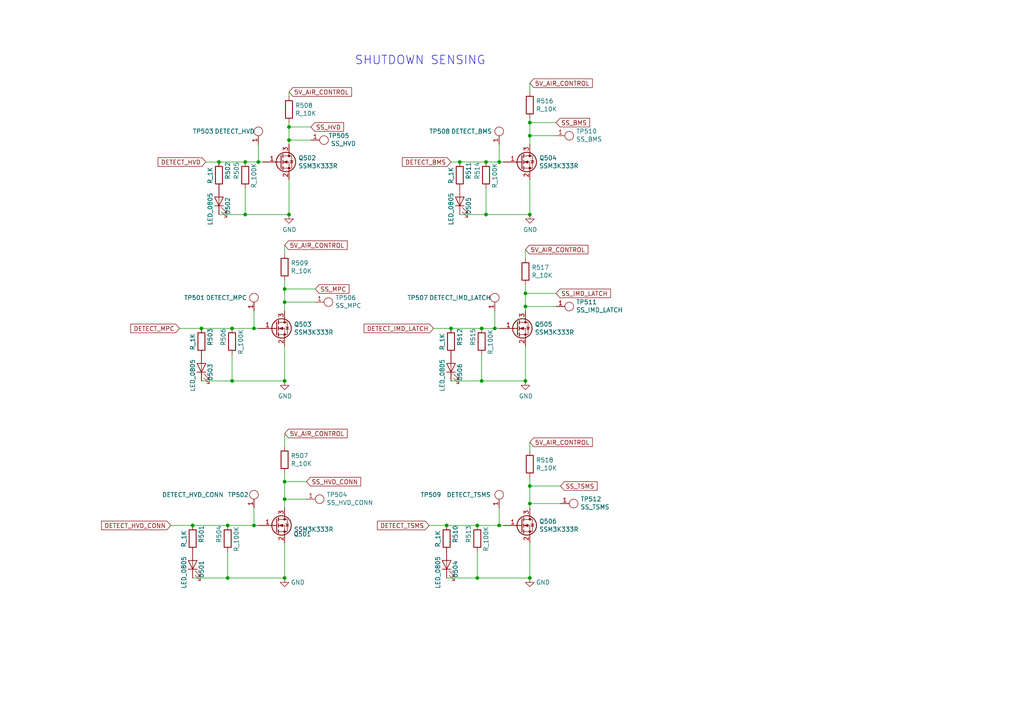
<source format=kicad_sch>
(kicad_sch (version 20211123) (generator eeschema)
  (paper "A4")
  (lib_symbols
    (symbol "formula:LED_0805" (pin_numbers hide) (pin_names (offset 1.016) hide)
      (property "Reference" "D" (at 0 -2.54 0))
      (property "Value" "LED_0805" (at 0 2.54 0))
      (symbol "LED_0805_0_1"
        (polyline (pts (xy -1.27 -1.27) (xy -1.27 1.27)) (stroke (width 0.2032)))
        (polyline (pts (xy -1.27 0) (xy 1.27 0)))
        (polyline (pts (xy 1.27 -1.27) (xy 1.27 1.27) (xy -1.27 0) (xy 1.27 -1.27)) (stroke (width 0.2032)))
        (polyline (pts (xy -3.048 -0.762) (xy -4.572 -2.286) (xy -3.81 -2.286) (xy -4.572 -2.286) (xy -4.572 -1.524)))
        (polyline (pts (xy -1.778 -0.762) (xy -3.302 -2.286) (xy -2.54 -2.286) (xy -3.302 -2.286) (xy -3.302 -1.524)))
      )
      (symbol "LED_0805_1_1"
        (pin passive line (at -3.81 0 0) (length 2.54) (name "K") (number "1"))
        (pin passive line (at 3.81 0 180) (length 2.54) (name "A") (number "2"))
      )
    )
    (symbol "formula:R_100K" (pin_numbers hide) (pin_names (offset 0))
      (property "Reference" "R" (at 2.032 0 90))
      (property "Value" "R_100K" (at -2.54 0 90))
      (symbol "R_100K_0_1"
        (rectangle (start -1.016 -2.54) (end 1.016 2.54) (stroke (width 0.254)))
      )
      (symbol "R_100K_1_1"
        (pin passive line (at 0 3.81 270) (length 1.27) (name "~") (number "1"))
        (pin passive line (at 0 -3.81 90) (length 1.27) (name "~") (number "2"))
      )
    )
    (symbol "formula:R_10K" (pin_numbers hide) (pin_names (offset 0))
      (property "Reference" "R" (at 2.032 0 90))
      (property "Value" "R_10K" (at -2.54 0 90))
      (symbol "R_10K_0_1"
        (rectangle (start -1.016 -2.54) (end 1.016 2.54) (stroke (width 0.254)))
      )
      (symbol "R_10K_1_1"
        (pin passive line (at 0 3.81 270) (length 1.27) (name "~") (number "1"))
        (pin passive line (at 0 -3.81 90) (length 1.27) (name "~") (number "2"))
      )
    )
    (symbol "formula:R_1K" (pin_numbers hide) (pin_names (offset 0))
      (property "Reference" "R" (at 2.032 0 90))
      (property "Value" "R_1K" (at -2.54 0 90))
      (symbol "R_1K_0_1"
        (rectangle (start -1.016 -2.54) (end 1.016 2.54) (stroke (width 0.254)))
      )
      (symbol "R_1K_1_1"
        (pin passive line (at 0 3.81 270) (length 1.27) (name "~") (number "1"))
        (pin passive line (at 0 -3.81 90) (length 1.27) (name "~") (number "2"))
      )
    )
    (symbol "formula:SSM3K333R" (pin_names (offset 0) hide)
      (property "Reference" "Q" (at 5.08 1.905 0))
      (property "Value" "SSM3K333R" (at 5.08 0 0))
      (symbol "SSM3K333R_0_1"
        (polyline (pts (xy 0.762 -1.778) (xy 2.54 -1.778)))
        (polyline (pts (xy 0.762 -1.27) (xy 0.762 -2.286)) (stroke (width 0.254)))
        (polyline (pts (xy 0.762 0) (xy 2.54 0)))
        (polyline (pts (xy 0.762 0.508) (xy 0.762 -0.508)) (stroke (width 0.254)))
        (polyline (pts (xy 0.762 1.778) (xy 2.54 1.778)))
        (polyline (pts (xy 0.762 2.286) (xy 0.762 1.27)) (stroke (width 0.254)))
        (polyline (pts (xy 2.54 -1.778) (xy 2.54 -2.54)))
        (polyline (pts (xy 2.54 -1.778) (xy 2.54 0)))
        (polyline (pts (xy 2.54 2.54) (xy 2.54 1.778)))
        (polyline (pts (xy 0.254 1.905) (xy 0.254 -1.905) (xy 0.254 -1.905)) (stroke (width 0.254)))
        (polyline (pts (xy 1.016 0) (xy 2.032 0.381) (xy 2.032 -0.381) (xy 1.016 0)) (fill (type outline)))
        (polyline (pts (xy 2.54 -1.778) (xy 3.302 -1.778) (xy 3.302 1.778) (xy 2.54 1.778)))
        (polyline (pts (xy 2.794 0.508) (xy 2.921 0.381) (xy 3.683 0.381) (xy 3.81 0.254)))
        (polyline (pts (xy 3.302 0.381) (xy 2.921 -0.254) (xy 3.683 -0.254) (xy 3.302 0.381)))
        (circle (center 1.651 0) (radius 2.8194) (stroke (width 0.254)))
        (circle (center 2.54 -1.778) (radius 0.2794) (fill (type outline)))
        (circle (center 2.54 1.778) (radius 0.2794) (fill (type outline)))
      )
      (symbol "SSM3K333R_1_1"
        (pin input line (at -5.08 0 0) (length 5.334) (name "G") (number "1"))
        (pin passive line (at 2.54 -5.08 90) (length 2.54) (name "S") (number "2"))
        (pin passive line (at 2.54 5.08 270) (length 2.54) (name "D") (number "3"))
      )
    )
    (symbol "formula:Test_Point_SMD" (pin_names (offset 1.016))
      (property "Reference" "TP" (at 0 7.62 0))
      (property "Value" "Test_Point_SMD" (at 1.27 5.08 0))
      (symbol "Test_Point_SMD_1_1"
        (circle (center 0 2.54) (radius 1.27))
        (pin input line (at 0 -1.27 90) (length 2.54) (name "~") (number "1"))
      )
    )
    (symbol "power:GND" (power) (pin_names (offset 0))
      (property "Value" "power_GND" (at 0 -3.81 0))
      (symbol "GND_0_1"
        (polyline (pts (xy 0 0) (xy 0 -1.27) (xy 1.27 -1.27) (xy 0 -2.54) (xy -1.27 -1.27) (xy 0 -1.27)))
      )
      (symbol "GND_1_1"
        (pin power_in line (at 0 0 270) (length 0) hide (name "GND") (number "1"))
      )
    )
  )
  (junction (at 82.55 167.64))
  (junction (at 144.78 46.99))
  (junction (at 138.43 167.64))
  (junction (at 74.93 46.99))
  (junction (at 139.7 110.49))
  (junction (at 153.67 146.05))
  (junction (at 153.67 167.64))
  (junction (at 153.67 62.23))
  (junction (at 66.04 167.64))
  (junction (at 73.66 152.4))
  (junction (at 63.5 46.99))
  (junction (at 67.31 110.49))
  (junction (at 67.31 95.25))
  (junction (at 82.55 110.49))
  (junction (at 83.82 36.83))
  (junction (at 71.12 46.99))
  (junction (at 152.4 110.49))
  (junction (at 82.55 144.78))
  (junction (at 139.7 95.25))
  (junction (at 58.42 95.25))
  (junction (at 71.12 62.23))
  (junction (at 140.97 62.23))
  (junction (at 82.55 83.82))
  (junction (at 153.67 35.56))
  (junction (at 153.67 39.37))
  (junction (at 55.88 152.4))
  (junction (at 153.67 140.97))
  (junction (at 73.66 95.25))
  (junction (at 129.54 152.4))
  (junction (at 138.43 152.4))
  (junction (at 152.4 85.09))
  (junction (at 144.78 152.4))
  (junction (at 66.04 152.4))
  (junction (at 130.81 95.25))
  (junction (at 143.51 95.25))
  (junction (at 152.4 88.9))
  (junction (at 82.55 139.7))
  (junction (at 82.55 87.63))
  (junction (at 83.82 40.64))
  (junction (at 133.35 46.99))
  (junction (at 140.97 46.99))
  (junction (at 83.82 62.23))
  (wire (pts (xy 130.81 95.25) (xy 125.73 95.25)))
  (wire (pts (xy 73.66 147.32) (xy 73.66 152.4)))
  (wire (pts (xy 74.93 95.25) (xy 73.66 95.25)))
  (wire (pts (xy 153.67 128.27) (xy 153.67 130.81)))
  (wire (pts (xy 139.7 95.25) (xy 130.81 95.25)))
  (wire (pts (xy 83.82 40.64) (xy 83.82 36.83)))
  (wire (pts (xy 146.05 152.4) (xy 144.78 152.4)))
  (wire (pts (xy 129.54 167.64) (xy 138.43 167.64)))
  (wire (pts (xy 152.4 85.09) (xy 152.4 88.9)))
  (wire (pts (xy 67.31 102.87) (xy 67.31 110.49)))
  (wire (pts (xy 74.93 41.91) (xy 74.93 46.99)))
  (wire (pts (xy 161.29 88.9) (xy 152.4 88.9)))
  (wire (pts (xy 139.7 110.49) (xy 152.4 110.49)))
  (wire (pts (xy 67.31 110.49) (xy 82.55 110.49)))
  (wire (pts (xy 83.82 40.64) (xy 90.17 40.64)))
  (wire (pts (xy 143.51 90.17) (xy 143.51 95.25)))
  (wire (pts (xy 82.55 83.82) (xy 82.55 87.63)))
  (wire (pts (xy 133.35 46.99) (xy 130.81 46.99)))
  (wire (pts (xy 153.67 35.56) (xy 153.67 39.37)))
  (wire (pts (xy 152.4 82.55) (xy 152.4 85.09)))
  (wire (pts (xy 82.55 144.78) (xy 82.55 147.32)))
  (wire (pts (xy 82.55 81.28) (xy 82.55 83.82)))
  (wire (pts (xy 152.4 72.39) (xy 152.4 74.93)))
  (wire (pts (xy 74.93 152.4) (xy 73.66 152.4)))
  (wire (pts (xy 153.67 52.07) (xy 153.67 62.23)))
  (wire (pts (xy 59.69 46.99) (xy 63.5 46.99)))
  (wire (pts (xy 91.44 83.82) (xy 82.55 83.82)))
  (wire (pts (xy 144.78 46.99) (xy 140.97 46.99)))
  (wire (pts (xy 162.56 146.05) (xy 153.67 146.05)))
  (wire (pts (xy 82.55 139.7) (xy 82.55 144.78)))
  (wire (pts (xy 55.88 152.4) (xy 49.53 152.4)))
  (wire (pts (xy 144.78 152.4) (xy 138.43 152.4)))
  (wire (pts (xy 146.05 46.99) (xy 144.78 46.99)))
  (wire (pts (xy 153.67 138.43) (xy 153.67 140.97)))
  (wire (pts (xy 83.82 52.07) (xy 83.82 62.23)))
  (wire (pts (xy 153.67 35.56) (xy 161.29 35.56)))
  (wire (pts (xy 66.04 160.02) (xy 66.04 167.64)))
  (wire (pts (xy 58.42 110.49) (xy 67.31 110.49)))
  (wire (pts (xy 63.5 62.23) (xy 71.12 62.23)))
  (wire (pts (xy 73.66 90.17) (xy 73.66 95.25)))
  (wire (pts (xy 140.97 62.23) (xy 153.67 62.23)))
  (wire (pts (xy 82.55 100.33) (xy 82.55 110.49)))
  (wire (pts (xy 153.67 34.29) (xy 153.67 35.56)))
  (wire (pts (xy 88.9 144.78) (xy 82.55 144.78)))
  (wire (pts (xy 88.9 139.7) (xy 82.55 139.7)))
  (wire (pts (xy 67.31 95.25) (xy 58.42 95.25)))
  (wire (pts (xy 66.04 152.4) (xy 55.88 152.4)))
  (wire (pts (xy 144.78 41.91) (xy 144.78 46.99)))
  (wire (pts (xy 153.67 39.37) (xy 161.29 39.37)))
  (wire (pts (xy 144.78 95.25) (xy 143.51 95.25)))
  (wire (pts (xy 91.44 87.63) (xy 82.55 87.63)))
  (wire (pts (xy 58.42 95.25) (xy 52.07 95.25)))
  (wire (pts (xy 162.56 140.97) (xy 153.67 140.97)))
  (wire (pts (xy 82.55 71.12) (xy 82.55 73.66)))
  (wire (pts (xy 55.88 167.64) (xy 66.04 167.64)))
  (wire (pts (xy 71.12 54.61) (xy 71.12 62.23)))
  (wire (pts (xy 152.4 88.9) (xy 152.4 90.17)))
  (wire (pts (xy 140.97 46.99) (xy 133.35 46.99)))
  (wire (pts (xy 153.67 146.05) (xy 153.67 147.32)))
  (wire (pts (xy 73.66 152.4) (xy 66.04 152.4)))
  (wire (pts (xy 130.81 110.49) (xy 139.7 110.49)))
  (wire (pts (xy 144.78 147.32) (xy 144.78 152.4)))
  (wire (pts (xy 74.93 46.99) (xy 71.12 46.99)))
  (wire (pts (xy 71.12 62.23) (xy 83.82 62.23)))
  (wire (pts (xy 73.66 95.25) (xy 67.31 95.25)))
  (wire (pts (xy 129.54 152.4) (xy 124.46 152.4)))
  (wire (pts (xy 82.55 87.63) (xy 82.55 90.17)))
  (wire (pts (xy 82.55 125.73) (xy 82.55 129.54)))
  (wire (pts (xy 153.67 140.97) (xy 153.67 146.05)))
  (wire (pts (xy 152.4 100.33) (xy 152.4 110.49)))
  (wire (pts (xy 66.04 167.64) (xy 82.55 167.64)))
  (wire (pts (xy 139.7 102.87) (xy 139.7 110.49)))
  (wire (pts (xy 153.67 39.37) (xy 153.67 41.91)))
  (wire (pts (xy 83.82 36.83) (xy 83.82 35.56)))
  (wire (pts (xy 153.67 157.48) (xy 153.67 167.64)))
  (wire (pts (xy 63.5 46.99) (xy 71.12 46.99)))
  (wire (pts (xy 161.29 85.09) (xy 152.4 85.09)))
  (wire (pts (xy 90.17 36.83) (xy 83.82 36.83)))
  (wire (pts (xy 138.43 167.64) (xy 153.67 167.64)))
  (wire (pts (xy 140.97 54.61) (xy 140.97 62.23)))
  (wire (pts (xy 83.82 26.67) (xy 83.82 27.94)))
  (wire (pts (xy 153.67 24.13) (xy 153.67 26.67)))
  (wire (pts (xy 143.51 95.25) (xy 139.7 95.25)))
  (wire (pts (xy 82.55 137.16) (xy 82.55 139.7)))
  (wire (pts (xy 138.43 167.64) (xy 138.43 160.02)))
  (wire (pts (xy 138.43 152.4) (xy 129.54 152.4)))
  (wire (pts (xy 76.2 46.99) (xy 74.93 46.99)))
  (wire (pts (xy 83.82 41.91) (xy 83.82 40.64)))
  (wire (pts (xy 133.35 62.23) (xy 140.97 62.23)))
  (wire (pts (xy 82.55 157.48) (xy 82.55 167.64)))
  (text "SHUTDOWN SENSING" (at 102.87 19.05 0) (effects (font (size 2.4892 2.4892)) (justify left bottom)))
  (global_label "DETECT_TSMS" (shape input) (at 124.46 152.4 180) (property "Intersheet References" "${INTERSHEET_REFS}" (effects hide)))
  (global_label "DETECT_IMD_LATCH" (shape input) (at 125.73 95.25 180) (property "Intersheet References" "${INTERSHEET_REFS}" (effects hide)))
  (global_label "DETECT_HVD" (shape input) (at 59.69 46.99 180) (property "Intersheet References" "${INTERSHEET_REFS}" (effects hide)))
  (global_label "5V_AIR_CONTROL" (shape input) (at 152.4 72.39 0) (property "Intersheet References" "${INTERSHEET_REFS}" (effects hide)))
  (global_label "5V_AIR_CONTROL" (shape input) (at 83.82 26.67 0) (property "Intersheet References" "${INTERSHEET_REFS}" (effects hide)))
  (global_label "DETECT_HVD_CONN" (shape input) (at 49.53 152.4 180) (property "Intersheet References" "${INTERSHEET_REFS}" (effects hide)))
  (global_label "SS_TSMS" (shape input) (at 162.56 140.97 0) (property "Intersheet References" "${INTERSHEET_REFS}" (effects hide)))
  (global_label "SS_MPC" (shape input) (at 91.44 83.82 0) (property "Intersheet References" "${INTERSHEET_REFS}" (effects hide)))
  (global_label "SS_HVD" (shape input) (at 90.17 36.83 0) (property "Intersheet References" "${INTERSHEET_REFS}" (effects hide)))
  (global_label "DETECT_MPC" (shape input) (at 52.07 95.25 180) (property "Intersheet References" "${INTERSHEET_REFS}" (effects hide)))
  (global_label "5V_AIR_CONTROL" (shape input) (at 153.67 128.27 0) (property "Intersheet References" "${INTERSHEET_REFS}" (effects hide)))
  (global_label "SS_BMS" (shape input) (at 161.29 35.56 0) (property "Intersheet References" "${INTERSHEET_REFS}" (effects hide)))
  (global_label "5V_AIR_CONTROL" (shape input) (at 82.55 71.12 0) (property "Intersheet References" "${INTERSHEET_REFS}" (effects hide)))
  (global_label "SS_IMD_LATCH" (shape input) (at 161.29 85.09 0) (property "Intersheet References" "${INTERSHEET_REFS}" (effects hide)))
  (global_label "5V_AIR_CONTROL" (shape input) (at 82.55 125.73 0) (property "Intersheet References" "${INTERSHEET_REFS}" (effects hide)))
  (global_label "DETECT_BMS" (shape input) (at 130.81 46.99 180) (property "Intersheet References" "${INTERSHEET_REFS}" (effects hide)))
  (global_label "5V_AIR_CONTROL" (shape input) (at 153.67 24.13 0) (property "Intersheet References" "${INTERSHEET_REFS}" (effects hide)))
  (global_label "SS_HVD_CONN" (shape input) (at 88.9 139.7 0) (property "Intersheet References" "${INTERSHEET_REFS}" (effects hide)))
  (symbol (lib_id "power:GND") (at 153.67 62.23 0) (unit 1)
    (property "Reference" "#PWR?" (effects hide))
    (property "Value" "GND" (at 153.797 66.6242 0))
  )
  (symbol (lib_id "power:GND") (at 152.4 110.49 0) (unit 1)
    (property "Reference" "#PWR?" (effects hide))
    (property "Value" "GND" (at 152.527 114.8842 0))
  )
  (symbol (lib_id "power:GND") (at 83.82 62.23 0) (unit 1)
    (property "Reference" "#PWR?" (effects hide))
    (property "Value" "GND" (at 83.947 66.6242 0))
  )
  (symbol (lib_id "formula:LED_0805") (at 133.35 58.42 90) (unit 1)
    (property "Reference" "D505" (at 135.89 57.15 0) (effects (justify right)))
    (property "Value" "LED_0805" (at 130.81 55.88 0) (effects (justify right)))
    (property "Footprint" "footprints:LED_0805_OEM" (effects hide))
    (property "Datasheet" "http://www.osram-os.com/Graphics/XPic9/00078860_0.pdf" (effects hide))
    (property "MFN" "DK" (effects hide))
    (property "MPN" "475-1410-1-ND" (effects hide))
    (property "PurchasingLink" "https://www.digikey.com/products/en?keywords=475-1410-1-ND" (effects hide))
  )
  (symbol (lib_id "formula:LED_0805") (at 130.81 106.68 90) (unit 1)
    (property "Reference" "D506" (at 133.35 105.41 0) (effects (justify right)))
    (property "Value" "LED_0805" (at 128.27 104.14 0) (effects (justify right)))
    (property "Footprint" "footprints:LED_0805_OEM" (effects hide))
    (property "Datasheet" "http://www.osram-os.com/Graphics/XPic9/00078860_0.pdf" (effects hide))
    (property "MFN" "DK" (effects hide))
    (property "MPN" "475-1410-1-ND" (effects hide))
    (property "PurchasingLink" "https://www.digikey.com/products/en?keywords=475-1410-1-ND" (effects hide))
  )
  (symbol (lib_id "formula:LED_0805") (at 63.5 58.42 90) (unit 1)
    (property "Reference" "D502" (at 66.04 57.15 0) (effects (justify right)))
    (property "Value" "LED_0805" (at 60.96 55.88 0) (effects (justify right)))
    (property "Footprint" "footprints:LED_0805_OEM" (effects hide))
    (property "Datasheet" "http://www.osram-os.com/Graphics/XPic9/00078860_0.pdf" (effects hide))
    (property "MFN" "DK" (effects hide))
    (property "MPN" "475-1410-1-ND" (effects hide))
    (property "PurchasingLink" "https://www.digikey.com/products/en?keywords=475-1410-1-ND" (effects hide))
  )
  (symbol (lib_id "formula:R_1K") (at 133.35 50.8 0) (unit 1)
    (property "Reference" "R511" (at 135.89 52.07 90) (effects (justify left)))
    (property "Value" "R_1K" (at 130.81 53.34 90) (effects (justify left)))
    (property "Footprint" "footprints:R_0805_OEM" (effects hide))
    (property "Datasheet" "https://www.seielect.com/Catalog/SEI-rncp.pdf" (effects hide))
    (property "MFN" "DK" (effects hide))
    (property "MPN" "RNCP0805FTD1K00CT-ND" (effects hide))
    (property "PurchasingLink" "https://www.digikey.com/products/en?keywords=RNCP0805FTD1K00CT-ND" (effects hide))
  )
  (symbol (lib_id "formula:R_1K") (at 130.81 99.06 0) (unit 1)
    (property "Reference" "R512" (at 133.35 100.33 90) (effects (justify left)))
    (property "Value" "R_1K" (at 128.27 101.6 90) (effects (justify left)))
    (property "Footprint" "footprints:R_0805_OEM" (effects hide))
    (property "Datasheet" "https://www.seielect.com/Catalog/SEI-rncp.pdf" (effects hide))
    (property "MFN" "DK" (effects hide))
    (property "MPN" "RNCP0805FTD1K00CT-ND" (effects hide))
    (property "PurchasingLink" "https://www.digikey.com/products/en?keywords=RNCP0805FTD1K00CT-ND" (effects hide))
  )
  (symbol (lib_id "formula:R_1K") (at 63.5 50.8 0) (unit 1)
    (property "Reference" "R502" (at 66.04 52.07 90) (effects (justify left)))
    (property "Value" "R_1K" (at 60.96 53.34 90) (effects (justify left)))
    (property "Footprint" "footprints:R_0805_OEM" (effects hide))
    (property "Datasheet" "https://www.seielect.com/Catalog/SEI-rncp.pdf" (effects hide))
    (property "MFN" "DK" (effects hide))
    (property "MPN" "RNCP0805FTD1K00CT-ND" (effects hide))
    (property "PurchasingLink" "https://www.digikey.com/products/en?keywords=RNCP0805FTD1K00CT-ND" (effects hide))
  )
  (symbol (lib_id "formula:R_100K") (at 139.7 99.06 0) (unit 1)
    (property "Reference" "R515" (at 137.16 100.33 90) (effects (justify left)))
    (property "Value" "R_100K" (at 142.24 102.87 90) (effects (justify left)))
    (property "Footprint" "footprints:R_0805_OEM" (effects hide))
    (property "Datasheet" "https://industrial.panasonic.com/cdbs/www-data/pdf/RDA0000/AOA0000C304.pdf" (effects hide))
    (property "MFN" "DK" (effects hide))
    (property "MPN" "P100KCCT-ND" (effects hide))
    (property "PurchasingLink" "https://www.digikey.com/product-detail/en/panasonic-electronic-components/ERJ-6ENF1003V/P100KCCT-ND/119551" (effects hide))
  )
  (symbol (lib_id "formula:R_100K") (at 140.97 50.8 0) (unit 1)
    (property "Reference" "R514" (at 138.43 52.07 90) (effects (justify left)))
    (property "Value" "R_100K" (at 143.51 54.61 90) (effects (justify left)))
    (property "Footprint" "footprints:R_0805_OEM" (effects hide))
    (property "Datasheet" "https://industrial.panasonic.com/cdbs/www-data/pdf/RDA0000/AOA0000C304.pdf" (effects hide))
    (property "MFN" "DK" (effects hide))
    (property "MPN" "P100KCCT-ND" (effects hide))
    (property "PurchasingLink" "https://www.digikey.com/product-detail/en/panasonic-electronic-components/ERJ-6ENF1003V/P100KCCT-ND/119551" (effects hide))
  )
  (symbol (lib_id "formula:R_100K") (at 71.12 50.8 0) (unit 1)
    (property "Reference" "R505" (at 68.58 52.07 90) (effects (justify left)))
    (property "Value" "R_100K" (at 73.66 54.61 90) (effects (justify left)))
    (property "Footprint" "footprints:R_0805_OEM" (effects hide))
    (property "Datasheet" "https://industrial.panasonic.com/cdbs/www-data/pdf/RDA0000/AOA0000C304.pdf" (effects hide))
    (property "MFN" "DK" (effects hide))
    (property "MPN" "P100KCCT-ND" (effects hide))
    (property "PurchasingLink" "https://www.digikey.com/product-detail/en/panasonic-electronic-components/ERJ-6ENF1003V/P100KCCT-ND/119551" (effects hide))
  )
  (symbol (lib_id "formula:SSM3K333R") (at 81.28 46.99 0) (unit 1)
    (property "Reference" "Q502" (at 86.5124 45.8216 0) (effects (justify left)))
    (property "Value" "SSM3K333R" (at 86.5124 48.133 0) (effects (justify left)))
    (property "Footprint" "footprints:SOT-23F" (effects hide))
    (property "Datasheet" "https://drive.google.com/drive/folders/0B-V-iZf33Y4GNzhDQTJZanJRbVk" (effects hide))
    (property "MFN" "DK" (effects hide))
    (property "MPN" "SSM3K333RLFCT-ND" (effects hide))
    (property "PurchasingLink" "https://www.digikey.com/product-detail/en/toshiba-semiconductor-and-storage/SSM3K333RLF/SSM3K333RLFCT-ND/3522391" (effects hide))
  )
  (symbol (lib_id "formula:SSM3K333R") (at 149.86 95.25 0) (unit 1)
    (property "Reference" "Q505" (at 155.0924 94.0816 0) (effects (justify left)))
    (property "Value" "SSM3K333R" (at 155.0924 96.393 0) (effects (justify left)))
    (property "Footprint" "footprints:SOT-23F" (effects hide))
    (property "Datasheet" "https://drive.google.com/drive/folders/0B-V-iZf33Y4GNzhDQTJZanJRbVk" (effects hide))
    (property "MFN" "DK" (effects hide))
    (property "MPN" "SSM3K333RLFCT-ND" (effects hide))
    (property "PurchasingLink" "https://www.digikey.com/product-detail/en/toshiba-semiconductor-and-storage/SSM3K333RLF/SSM3K333RLFCT-ND/3522391" (effects hide))
  )
  (symbol (lib_id "formula:SSM3K333R") (at 151.13 46.99 0) (unit 1)
    (property "Reference" "Q504" (at 156.3624 45.8216 0) (effects (justify left)))
    (property "Value" "SSM3K333R" (at 156.3624 48.133 0) (effects (justify left)))
    (property "Footprint" "footprints:SOT-23F" (effects hide))
    (property "Datasheet" "https://drive.google.com/drive/folders/0B-V-iZf33Y4GNzhDQTJZanJRbVk" (effects hide))
    (property "MFN" "DK" (effects hide))
    (property "MPN" "SSM3K333RLFCT-ND" (effects hide))
    (property "PurchasingLink" "https://www.digikey.com/product-detail/en/toshiba-semiconductor-and-storage/SSM3K333RLF/SSM3K333RLFCT-ND/3522391" (effects hide))
  )
  (symbol (lib_id "formula:R_10K") (at 152.4 78.74 0) (unit 1)
    (property "Reference" "R517" (at 154.178 77.5716 0) (effects (justify left)))
    (property "Value" "R_10K" (at 154.178 79.883 0) (effects (justify left)))
    (property "Footprint" "footprints:R_0805_OEM" (effects hide))
    (property "Datasheet" "http://www.bourns.com/data/global/pdfs/CRS.pdf" (effects hide))
    (property "MFN" "DK" (effects hide))
    (property "MPN" "CRS0805-FX-1002ELFCT-ND" (effects hide))
    (property "PurchasingLink" "https://www.digikey.com/products/en?keywords=CRS0805-FX-1002ELFCT-ND" (effects hide))
  )
  (symbol (lib_id "formula:R_10K") (at 153.67 30.48 0) (unit 1)
    (property "Reference" "R516" (at 155.448 29.3116 0) (effects (justify left)))
    (property "Value" "R_10K" (at 155.448 31.623 0) (effects (justify left)))
    (property "Footprint" "footprints:R_0805_OEM" (effects hide))
    (property "Datasheet" "http://www.bourns.com/data/global/pdfs/CRS.pdf" (effects hide))
    (property "MFN" "DK" (effects hide))
    (property "MPN" "CRS0805-FX-1002ELFCT-ND" (effects hide))
    (property "PurchasingLink" "https://www.digikey.com/products/en?keywords=CRS0805-FX-1002ELFCT-ND" (effects hide))
  )
  (symbol (lib_id "formula:R_10K") (at 83.82 31.75 0) (unit 1)
    (property "Reference" "R508" (at 85.598 30.5816 0) (effects (justify left)))
    (property "Value" "R_10K" (at 85.598 32.893 0) (effects (justify left)))
    (property "Footprint" "footprints:R_0805_OEM" (effects hide))
    (property "Datasheet" "http://www.bourns.com/data/global/pdfs/CRS.pdf" (effects hide))
    (property "MFN" "DK" (effects hide))
    (property "MPN" "CRS0805-FX-1002ELFCT-ND" (effects hide))
    (property "PurchasingLink" "https://www.digikey.com/products/en?keywords=CRS0805-FX-1002ELFCT-ND" (effects hide))
  )
  (symbol (lib_id "formula:R_10K") (at 82.55 77.47 0) (unit 1)
    (property "Reference" "R509" (at 84.328 76.3016 0) (effects (justify left)))
    (property "Value" "R_10K" (at 84.328 78.613 0) (effects (justify left)))
    (property "Footprint" "footprints:R_0805_OEM" (effects hide))
    (property "Datasheet" "http://www.bourns.com/data/global/pdfs/CRS.pdf" (effects hide))
    (property "MFN" "DK" (effects hide))
    (property "MPN" "CRS0805-FX-1002ELFCT-ND" (effects hide))
    (property "PurchasingLink" "https://www.digikey.com/products/en?keywords=CRS0805-FX-1002ELFCT-ND" (effects hide))
  )
  (symbol (lib_id "formula:SSM3K333R") (at 80.01 95.25 0) (unit 1)
    (property "Reference" "Q503" (at 85.2424 94.0816 0) (effects (justify left)))
    (property "Value" "SSM3K333R" (at 85.2424 96.393 0) (effects (justify left)))
    (property "Footprint" "footprints:SOT-23F" (effects hide))
    (property "Datasheet" "https://drive.google.com/drive/folders/0B-V-iZf33Y4GNzhDQTJZanJRbVk" (effects hide))
    (property "MFN" "DK" (effects hide))
    (property "MPN" "SSM3K333RLFCT-ND" (effects hide))
    (property "PurchasingLink" "https://www.digikey.com/product-detail/en/toshiba-semiconductor-and-storage/SSM3K333RLF/SSM3K333RLFCT-ND/3522391" (effects hide))
  )
  (symbol (lib_id "formula:R_100K") (at 67.31 99.06 0) (unit 1)
    (property "Reference" "R506" (at 64.77 100.33 90) (effects (justify left)))
    (property "Value" "R_100K" (at 69.85 102.87 90) (effects (justify left)))
    (property "Footprint" "footprints:R_0805_OEM" (effects hide))
    (property "Datasheet" "https://industrial.panasonic.com/cdbs/www-data/pdf/RDA0000/AOA0000C304.pdf" (effects hide))
    (property "MFN" "DK" (effects hide))
    (property "MPN" "P100KCCT-ND" (effects hide))
    (property "PurchasingLink" "https://www.digikey.com/product-detail/en/panasonic-electronic-components/ERJ-6ENF1003V/P100KCCT-ND/119551" (effects hide))
  )
  (symbol (lib_id "formula:R_1K") (at 58.42 99.06 0) (unit 1)
    (property "Reference" "R503" (at 60.96 100.33 90) (effects (justify left)))
    (property "Value" "R_1K" (at 55.88 101.6 90) (effects (justify left)))
    (property "Footprint" "footprints:R_0805_OEM" (effects hide))
    (property "Datasheet" "https://www.seielect.com/Catalog/SEI-rncp.pdf" (effects hide))
    (property "MFN" "DK" (effects hide))
    (property "MPN" "RNCP0805FTD1K00CT-ND" (effects hide))
    (property "PurchasingLink" "https://www.digikey.com/products/en?keywords=RNCP0805FTD1K00CT-ND" (effects hide))
  )
  (symbol (lib_id "formula:LED_0805") (at 58.42 106.68 90) (unit 1)
    (property "Reference" "D503" (at 60.96 105.41 0) (effects (justify right)))
    (property "Value" "LED_0805" (at 55.88 104.14 0) (effects (justify right)))
    (property "Footprint" "footprints:LED_0805_OEM" (effects hide))
    (property "Datasheet" "http://www.osram-os.com/Graphics/XPic9/00078860_0.pdf" (effects hide))
    (property "MFN" "DK" (effects hide))
    (property "MPN" "475-1410-1-ND" (effects hide))
    (property "PurchasingLink" "https://www.digikey.com/products/en?keywords=475-1410-1-ND" (effects hide))
  )
  (symbol (lib_id "power:GND") (at 82.55 110.49 0) (unit 1)
    (property "Reference" "#PWR?" (effects hide))
    (property "Value" "GND" (at 82.677 114.8842 0))
  )
  (symbol (lib_id "formula:R_1K") (at 129.54 156.21 0) (unit 1)
    (property "Reference" "R510" (at 132.08 157.48 90) (effects (justify left)))
    (property "Value" "R_1K" (at 127 158.75 90) (effects (justify left)))
    (property "Footprint" "footprints:R_0805_OEM" (effects hide))
    (property "Datasheet" "https://www.seielect.com/Catalog/SEI-rncp.pdf" (effects hide))
    (property "MFN" "DK" (effects hide))
    (property "MPN" "RNCP0805FTD1K00CT-ND" (effects hide))
    (property "PurchasingLink" "https://www.digikey.com/products/en?keywords=RNCP0805FTD1K00CT-ND" (effects hide))
  )
  (symbol (lib_id "formula:SSM3K333R") (at 151.13 152.4 0) (unit 1)
    (property "Reference" "Q506" (at 156.3624 151.2316 0) (effects (justify left)))
    (property "Value" "SSM3K333R" (at 156.3624 153.543 0) (effects (justify left)))
    (property "Footprint" "footprints:SOT-23F" (effects hide))
    (property "Datasheet" "https://drive.google.com/drive/folders/0B-V-iZf33Y4GNzhDQTJZanJRbVk" (effects hide))
    (property "MFN" "DK" (effects hide))
    (property "MPN" "SSM3K333RLFCT-ND" (effects hide))
    (property "PurchasingLink" "https://www.digikey.com/product-detail/en/toshiba-semiconductor-and-storage/SSM3K333RLF/SSM3K333RLFCT-ND/3522391" (effects hide))
  )
  (symbol (lib_id "formula:R_100K") (at 138.43 156.21 0) (unit 1)
    (property "Reference" "R513" (at 135.89 157.48 90) (effects (justify left)))
    (property "Value" "R_100K" (at 140.97 160.02 90) (effects (justify left)))
    (property "Footprint" "footprints:R_0805_OEM" (effects hide))
    (property "Datasheet" "https://industrial.panasonic.com/cdbs/www-data/pdf/RDA0000/AOA0000C304.pdf" (effects hide))
    (property "MFN" "DK" (effects hide))
    (property "MPN" "P100KCCT-ND" (effects hide))
    (property "PurchasingLink" "https://www.digikey.com/product-detail/en/panasonic-electronic-components/ERJ-6ENF1003V/P100KCCT-ND/119551" (effects hide))
  )
  (symbol (lib_id "formula:LED_0805") (at 129.54 163.83 90) (unit 1)
    (property "Reference" "D504" (at 132.08 162.56 0) (effects (justify right)))
    (property "Value" "LED_0805" (at 127 161.29 0) (effects (justify right)))
    (property "Footprint" "footprints:LED_0805_OEM" (effects hide))
    (property "Datasheet" "http://www.osram-os.com/Graphics/XPic9/00078860_0.pdf" (effects hide))
    (property "MFN" "DK" (effects hide))
    (property "MPN" "475-1410-1-ND" (effects hide))
    (property "PurchasingLink" "https://www.digikey.com/products/en?keywords=475-1410-1-ND" (effects hide))
  )
  (symbol (lib_id "power:GND") (at 153.67 167.64 0) (unit 1)
    (property "Reference" "#PWR?" (effects hide))
    (property "Value" "GND" (at 157.48 168.91 0))
  )
  (symbol (lib_id "formula:R_10K") (at 153.67 134.62 0) (unit 1)
    (property "Reference" "R518" (at 155.448 133.4516 0) (effects (justify left)))
    (property "Value" "R_10K" (at 155.448 135.763 0) (effects (justify left)))
    (property "Footprint" "footprints:R_0805_OEM" (effects hide))
    (property "Datasheet" "http://www.bourns.com/data/global/pdfs/CRS.pdf" (effects hide))
    (property "MFN" "DK" (effects hide))
    (property "MPN" "CRS0805-FX-1002ELFCT-ND" (effects hide))
    (property "PurchasingLink" "https://www.digikey.com/products/en?keywords=CRS0805-FX-1002ELFCT-ND" (effects hide))
  )
  (symbol (lib_id "formula:R_10K") (at 82.55 133.35 0) (unit 1)
    (property "Reference" "R507" (at 84.328 132.1816 0) (effects (justify left)))
    (property "Value" "R_10K" (at 84.328 134.493 0) (effects (justify left)))
    (property "Footprint" "footprints:R_0805_OEM" (effects hide))
    (property "Datasheet" "http://www.bourns.com/data/global/pdfs/CRS.pdf" (effects hide))
    (property "MFN" "DK" (effects hide))
    (property "MPN" "CRS0805-FX-1002ELFCT-ND" (effects hide))
    (property "PurchasingLink" "https://www.digikey.com/products/en?keywords=CRS0805-FX-1002ELFCT-ND" (effects hide))
  )
  (symbol (lib_id "formula:R_100K") (at 66.04 156.21 0) (unit 1)
    (property "Reference" "R504" (at 63.5 157.48 90) (effects (justify left)))
    (property "Value" "R_100K" (at 68.58 160.02 90) (effects (justify left)))
    (property "Footprint" "footprints:R_0805_OEM" (effects hide))
    (property "Datasheet" "https://industrial.panasonic.com/cdbs/www-data/pdf/RDA0000/AOA0000C304.pdf" (effects hide))
    (property "MFN" "DK" (effects hide))
    (property "MPN" "P100KCCT-ND" (effects hide))
    (property "PurchasingLink" "https://www.digikey.com/product-detail/en/panasonic-electronic-components/ERJ-6ENF1003V/P100KCCT-ND/119551" (effects hide))
  )
  (symbol (lib_id "formula:R_1K") (at 55.88 156.21 0) (unit 1)
    (property "Reference" "R501" (at 58.42 157.48 90) (effects (justify left)))
    (property "Value" "R_1K" (at 53.34 158.75 90) (effects (justify left)))
    (property "Footprint" "footprints:R_0805_OEM" (effects hide))
    (property "Datasheet" "https://www.seielect.com/Catalog/SEI-rncp.pdf" (effects hide))
    (property "MFN" "DK" (effects hide))
    (property "MPN" "RNCP0805FTD1K00CT-ND" (effects hide))
    (property "PurchasingLink" "https://www.digikey.com/products/en?keywords=RNCP0805FTD1K00CT-ND" (effects hide))
  )
  (symbol (lib_id "formula:LED_0805") (at 55.88 163.83 90) (unit 1)
    (property "Reference" "D501" (at 58.42 162.56 0) (effects (justify right)))
    (property "Value" "LED_0805" (at 53.34 161.29 0) (effects (justify right)))
    (property "Footprint" "footprints:LED_0805_OEM" (effects hide))
    (property "Datasheet" "http://www.osram-os.com/Graphics/XPic9/00078860_0.pdf" (effects hide))
    (property "MFN" "DK" (effects hide))
    (property "MPN" "475-1410-1-ND" (effects hide))
    (property "PurchasingLink" "https://www.digikey.com/products/en?keywords=475-1410-1-ND" (effects hide))
  )
  (symbol (lib_id "power:GND") (at 82.55 167.64 0) (unit 1)
    (property "Reference" "#PWR?" (effects hide))
    (property "Value" "GND" (at 86.36 168.91 0))
  )
  (symbol (lib_id "formula:SSM3K333R") (at 80.01 152.4 0) (unit 1)
    (property "Reference" "Q501" (at 85.09 154.94 0) (effects (justify left)))
    (property "Value" "SSM3K333R" (at 85.2424 153.543 0) (effects (justify left)))
    (property "Footprint" "footprints:SOT-23F" (effects hide))
    (property "Datasheet" "https://drive.google.com/drive/folders/0B-V-iZf33Y4GNzhDQTJZanJRbVk" (effects hide))
    (property "MFN" "DK" (effects hide))
    (property "MPN" "SSM3K333RLFCT-ND" (effects hide))
    (property "PurchasingLink" "https://www.digikey.com/product-detail/en/toshiba-semiconductor-and-storage/SSM3K333RLF/SSM3K333RLFCT-ND/3522391" (effects hide))
  )
  (symbol (lib_id "formula:Test_Point_SMD") (at 74.93 40.64 0) (unit 1)
    (property "Reference" "TP503" (at 55.88 38.1 0) (effects (justify left)))
    (property "Value" "DETECT_HVD" (at 62.23 38.1 0) (effects (justify left)))
    (property "Footprint" "TestPoint:TestPoint_Pad_D1.0mm" (effects hide))
  )
  (symbol (lib_id "formula:Test_Point_SMD") (at 91.44 40.64 270) (unit 1)
    (property "Reference" "TP505" (at 95.25 39.37 90) (effects (justify left)))
    (property "Value" "SS_HVD" (at 95.9612 41.656 90) (effects (justify left)))
    (property "Footprint" "TestPoint:TestPoint_Pad_D1.0mm" (effects hide))
  )
  (symbol (lib_id "formula:Test_Point_SMD") (at 162.56 39.37 270) (unit 1)
    (property "Reference" "TP510" (at 167.0812 38.0746 90) (effects (justify left)))
    (property "Value" "SS_BMS" (at 167.0812 40.386 90) (effects (justify left)))
    (property "Footprint" "TestPoint:TestPoint_Pad_D1.0mm" (effects hide))
  )
  (symbol (lib_id "formula:Test_Point_SMD") (at 144.78 40.64 0) (unit 1)
    (property "Reference" "TP508" (at 124.46 38.1 0) (effects (justify left)))
    (property "Value" "DETECT_BMS" (at 130.81 38.1 0) (effects (justify left)))
    (property "Footprint" "TestPoint:TestPoint_Pad_D1.0mm" (effects hide))
  )
  (symbol (lib_id "formula:Test_Point_SMD") (at 73.66 88.9 0) (unit 1)
    (property "Reference" "TP501" (at 53.34 86.36 0) (effects (justify left)))
    (property "Value" "DETECT_MPC" (at 59.69 86.36 0) (effects (justify left)))
    (property "Footprint" "TestPoint:TestPoint_Pad_D1.0mm" (effects hide))
  )
  (symbol (lib_id "formula:Test_Point_SMD") (at 92.71 87.63 270) (unit 1)
    (property "Reference" "TP506" (at 97.2312 86.3346 90) (effects (justify left)))
    (property "Value" "SS_MPC" (at 97.2312 88.646 90) (effects (justify left)))
    (property "Footprint" "TestPoint:TestPoint_Pad_D1.0mm" (effects hide))
  )
  (symbol (lib_id "formula:Test_Point_SMD") (at 143.51 88.9 0) (unit 1)
    (property "Reference" "TP507" (at 118.11 86.36 0) (effects (justify left)))
    (property "Value" "DETECT_IMD_LATCH" (at 124.46 86.36 0) (effects (justify left)))
    (property "Footprint" "TestPoint:TestPoint_Pad_D1.0mm" (effects hide))
  )
  (symbol (lib_id "formula:Test_Point_SMD") (at 162.56 88.9 270) (unit 1)
    (property "Reference" "TP511" (at 167.0812 87.6046 90) (effects (justify left)))
    (property "Value" "SS_IMD_LATCH" (at 167.0812 89.916 90) (effects (justify left)))
    (property "Footprint" "TestPoint:TestPoint_Pad_D1.0mm" (effects hide))
  )
  (symbol (lib_id "formula:Test_Point_SMD") (at 163.83 146.05 270) (unit 1)
    (property "Reference" "TP512" (at 168.3512 144.7546 90) (effects (justify left)))
    (property "Value" "SS_TSMS" (at 168.3512 147.066 90) (effects (justify left)))
    (property "Footprint" "TestPoint:TestPoint_Pad_D1.0mm" (effects hide))
  )
  (symbol (lib_id "formula:Test_Point_SMD") (at 144.78 146.05 0) (unit 1)
    (property "Reference" "TP509" (at 121.92 143.51 0) (effects (justify left)))
    (property "Value" "DETECT_TSMS" (at 129.54 143.51 0) (effects (justify left)))
    (property "Footprint" "TestPoint:TestPoint_Pad_D1.0mm" (effects hide))
  )
  (symbol (lib_id "formula:Test_Point_SMD") (at 73.66 146.05 0) (unit 1)
    (property "Reference" "TP502" (at 66.04 143.51 0) (effects (justify left)))
    (property "Value" "DETECT_HVD_CONN" (at 46.99 143.51 0) (effects (justify left)))
    (property "Footprint" "TestPoint:TestPoint_Pad_D1.0mm" (effects hide))
  )
  (symbol (lib_id "formula:Test_Point_SMD") (at 90.17 144.78 270) (unit 1)
    (property "Reference" "TP504" (at 94.6912 143.4846 90) (effects (justify left)))
    (property "Value" "SS_HVD_CONN" (at 94.6912 145.796 90) (effects (justify left)))
    (property "Footprint" "TestPoint:TestPoint_Pad_D1.0mm" (effects hide))
  )
)
</source>
